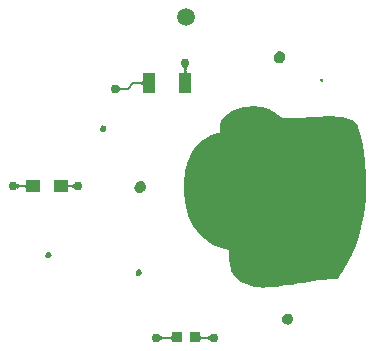
<source format=gtl>
G04*
G04 #@! TF.GenerationSoftware,Altium Limited,Altium Designer,19.1.7 (138)*
G04*
G04 Layer_Physical_Order=1*
G04 Layer_Color=255*
%FSLAX25Y25*%
%MOIN*%
G70*
G01*
G75*
%ADD17R,0.03583X0.03661*%
%ADD18R,0.04921X0.04331*%
%ADD19R,0.04331X0.06811*%
%ADD20C,0.00800*%
%ADD21C,0.05906*%
%ADD22C,0.03000*%
G36*
X61927Y101651D02*
X61816Y101524D01*
X61718Y101397D01*
X61634Y101269D01*
X61563Y101142D01*
X61504Y101014D01*
X61458Y100887D01*
X61426Y100759D01*
X61406Y100632D01*
X61400Y100504D01*
X60600D01*
X60593Y100632D01*
X60574Y100759D01*
X60541Y100887D01*
X60496Y101014D01*
X60438Y101142D01*
X60366Y101269D01*
X60281Y101397D01*
X60184Y101524D01*
X60074Y101651D01*
X59950Y101779D01*
X62050D01*
X61927Y101651D01*
D02*
G37*
G36*
X61404Y100142D02*
X61416Y100005D01*
X61436Y99885D01*
X61464Y99782D01*
X61500Y99694D01*
X61544Y99621D01*
X61596Y99566D01*
X61656Y99525D01*
X61724Y99502D01*
X61800Y99493D01*
X60200D01*
X60276Y99502D01*
X60344Y99525D01*
X60404Y99566D01*
X60456Y99621D01*
X60500Y99694D01*
X60536Y99782D01*
X60564Y99885D01*
X60584Y100005D01*
X60596Y100142D01*
X60600Y100294D01*
X61400D01*
X61404Y100142D01*
D02*
G37*
G36*
X46764Y95300D02*
X46756Y95376D01*
X46731Y95444D01*
X46691Y95504D01*
X46634Y95556D01*
X46561Y95600D01*
X46471Y95636D01*
X46366Y95664D01*
X46244Y95684D01*
X46106Y95696D01*
X45952Y95700D01*
Y96500D01*
X46106Y96504D01*
X46244Y96516D01*
X46366Y96536D01*
X46471Y96564D01*
X46561Y96600D01*
X46634Y96644D01*
X46691Y96696D01*
X46731Y96756D01*
X46756Y96824D01*
X46764Y96900D01*
Y95300D01*
D02*
G37*
G36*
X38650Y95126D02*
X38777Y95016D01*
X38905Y94919D01*
X39032Y94834D01*
X39159Y94762D01*
X39287Y94704D01*
X39414Y94658D01*
X39542Y94626D01*
X39669Y94607D01*
X39797Y94600D01*
Y93800D01*
X39669Y93793D01*
X39542Y93774D01*
X39414Y93742D01*
X39287Y93696D01*
X39159Y93638D01*
X39032Y93566D01*
X38905Y93481D01*
X38777Y93384D01*
X38650Y93274D01*
X38522Y93150D01*
Y95250D01*
X38650Y95126D01*
D02*
G37*
G36*
X22071Y62524D02*
X22095Y62456D01*
X22136Y62396D01*
X22193Y62344D01*
X22266Y62300D01*
X22355Y62264D01*
X22460Y62236D01*
X22582Y62216D01*
X22720Y62204D01*
X22875Y62200D01*
Y61400D01*
X22720Y61396D01*
X22582Y61384D01*
X22460Y61364D01*
X22355Y61336D01*
X22266Y61300D01*
X22193Y61256D01*
X22136Y61204D01*
X22095Y61144D01*
X22071Y61076D01*
X22063Y61000D01*
Y62600D01*
X22071Y62524D01*
D02*
G37*
G36*
X7937Y61000D02*
X7929Y61076D01*
X7905Y61144D01*
X7864Y61204D01*
X7807Y61256D01*
X7734Y61300D01*
X7645Y61336D01*
X7540Y61364D01*
X7418Y61384D01*
X7280Y61396D01*
X7125Y61400D01*
Y62200D01*
X7280Y62204D01*
X7418Y62216D01*
X7540Y62236D01*
X7645Y62264D01*
X7734Y62300D01*
X7807Y62344D01*
X7864Y62396D01*
X7905Y62456D01*
X7929Y62524D01*
X7937Y62600D01*
Y61000D01*
D02*
G37*
G36*
X24213Y60750D02*
X24085Y60874D01*
X23958Y60984D01*
X23831Y61081D01*
X23703Y61166D01*
X23576Y61238D01*
X23448Y61296D01*
X23321Y61342D01*
X23193Y61374D01*
X23066Y61393D01*
X22938Y61400D01*
Y62200D01*
X23066Y62207D01*
X23193Y62226D01*
X23321Y62258D01*
X23448Y62304D01*
X23576Y62362D01*
X23703Y62434D01*
X23831Y62519D01*
X23958Y62616D01*
X24085Y62726D01*
X24213Y62850D01*
Y60750D01*
D02*
G37*
G36*
X4899Y62726D02*
X5026Y62616D01*
X5153Y62519D01*
X5281Y62434D01*
X5408Y62362D01*
X5536Y62304D01*
X5663Y62258D01*
X5791Y62226D01*
X5918Y62207D01*
X6046Y62200D01*
Y61400D01*
X5918Y61393D01*
X5791Y61374D01*
X5663Y61342D01*
X5536Y61296D01*
X5408Y61238D01*
X5281Y61166D01*
X5153Y61081D01*
X5026Y60984D01*
X4899Y60874D01*
X4771Y60750D01*
Y62850D01*
X4899Y62726D01*
D02*
G37*
G36*
X65918Y11924D02*
X65942Y11856D01*
X65983Y11796D01*
X66039Y11744D01*
X66113Y11700D01*
X66202Y11664D01*
X66307Y11636D01*
X66429Y11616D01*
X66567Y11604D01*
X66721Y11600D01*
Y10800D01*
X66567Y10796D01*
X66429Y10784D01*
X66307Y10764D01*
X66202Y10736D01*
X66113Y10700D01*
X66039Y10656D01*
X65983Y10604D01*
X65942Y10544D01*
X65918Y10476D01*
X65909Y10400D01*
Y12000D01*
X65918Y11924D01*
D02*
G37*
G36*
X56391Y10400D02*
X56382Y10476D01*
X56358Y10544D01*
X56317Y10604D01*
X56261Y10656D01*
X56187Y10700D01*
X56098Y10736D01*
X55993Y10764D01*
X55871Y10784D01*
X55733Y10796D01*
X55579Y10800D01*
Y11600D01*
X55733Y11604D01*
X55871Y11616D01*
X55993Y11636D01*
X56098Y11664D01*
X56187Y11700D01*
X56261Y11744D01*
X56317Y11796D01*
X56358Y11856D01*
X56382Y11924D01*
X56391Y12000D01*
Y10400D01*
D02*
G37*
G36*
X69415Y10150D02*
X69287Y10273D01*
X69160Y10384D01*
X69032Y10481D01*
X68905Y10566D01*
X68777Y10638D01*
X68650Y10696D01*
X68522Y10741D01*
X68395Y10774D01*
X68268Y10793D01*
X68140Y10800D01*
Y11600D01*
X68268Y11607D01*
X68395Y11626D01*
X68522Y11659D01*
X68650Y11704D01*
X68777Y11762D01*
X68905Y11834D01*
X69032Y11919D01*
X69160Y12016D01*
X69287Y12127D01*
X69415Y12250D01*
Y10150D01*
D02*
G37*
G36*
X52504Y12127D02*
X52631Y12016D01*
X52759Y11919D01*
X52886Y11834D01*
X53013Y11762D01*
X53141Y11704D01*
X53268Y11659D01*
X53396Y11626D01*
X53523Y11607D01*
X53651Y11600D01*
Y10800D01*
X53523Y10793D01*
X53396Y10774D01*
X53268Y10741D01*
X53141Y10696D01*
X53013Y10638D01*
X52886Y10566D01*
X52759Y10481D01*
X52631Y10384D01*
X52504Y10273D01*
X52376Y10150D01*
Y12250D01*
X52504Y12127D01*
D02*
G37*
G36*
X93162Y106620D02*
X93520Y106441D01*
X93878Y106172D01*
X94146Y105725D01*
X94325Y105099D01*
Y105009D01*
Y104831D01*
X94236Y104473D01*
X94146Y104115D01*
X93967Y103668D01*
X93610Y103310D01*
X93162Y102952D01*
X92536Y102773D01*
X92268D01*
X91642Y102863D01*
X91284Y103042D01*
X90926Y103310D01*
X90658Y103757D01*
X90479Y104294D01*
Y104383D01*
Y104652D01*
X90568Y104920D01*
X90658Y105367D01*
X90837Y105725D01*
X91105Y106172D01*
X91552Y106441D01*
X92178Y106709D01*
X92805D01*
X93162Y106620D01*
D02*
G37*
G36*
X33992Y81969D02*
X34260Y81880D01*
X34439Y81701D01*
X34618Y81433D01*
X34707Y81075D01*
Y80896D01*
X34528Y80628D01*
X34260Y80180D01*
X33813Y79823D01*
X33634D01*
X33276Y79912D01*
X33008Y80001D01*
X32829Y80180D01*
X32650Y80449D01*
X32561Y80806D01*
Y80985D01*
X32739Y81343D01*
X33008Y81701D01*
X33455Y82059D01*
X33634D01*
X33992Y81969D01*
D02*
G37*
G36*
X95694Y19182D02*
X96052Y19003D01*
X96410Y18734D01*
X96678Y18377D01*
X96857Y17840D01*
Y17751D01*
Y17571D01*
X96767Y17214D01*
X96678Y16856D01*
X96499Y16498D01*
X96231Y16140D01*
X95784Y15872D01*
X95247Y15604D01*
X95068D01*
X94621Y15693D01*
X94084Y15872D01*
X93905Y16140D01*
X93637Y16409D01*
X93547Y16588D01*
X93368Y16945D01*
X93279Y17571D01*
X93368Y18287D01*
X93458Y18466D01*
X93726Y18734D01*
X94084Y19092D01*
X94800Y19271D01*
X95068D01*
X95694Y19182D01*
D02*
G37*
G36*
X107013Y96495D02*
X106834D01*
X106476Y96585D01*
X106029Y96764D01*
X105939Y96943D01*
X105850Y97211D01*
X105939Y97300D01*
X106029Y97479D01*
X106387Y97658D01*
X107013Y97748D01*
Y96495D01*
D02*
G37*
G36*
X46712Y63370D02*
X47070Y63191D01*
X47428Y62922D01*
X47696Y62475D01*
X47875Y61849D01*
Y61759D01*
Y61580D01*
X47786Y61223D01*
X47696Y60865D01*
X47517Y60418D01*
X47160Y60060D01*
X46712Y59702D01*
X46086Y59523D01*
X45818D01*
X45192Y59613D01*
X44834Y59791D01*
X44476Y60060D01*
X44208Y60507D01*
X44029Y61044D01*
Y61133D01*
Y61402D01*
X44118Y61670D01*
X44208Y62117D01*
X44387Y62475D01*
X44655Y62922D01*
X45102Y63191D01*
X45728Y63459D01*
X46355D01*
X46712Y63370D01*
D02*
G37*
G36*
X15692Y39819D02*
X15960Y39730D01*
X16139Y39551D01*
X16318Y39283D01*
X16407Y38925D01*
Y38746D01*
X16229Y38478D01*
X15960Y38030D01*
X15513Y37673D01*
X15334D01*
X14976Y37762D01*
X14708Y37851D01*
X14529Y38030D01*
X14350Y38299D01*
X14261Y38656D01*
Y38835D01*
X14439Y39193D01*
X14708Y39551D01*
X15155Y39909D01*
X15334D01*
X15692Y39819D01*
D02*
G37*
G36*
X46007Y33856D02*
X46186Y33678D01*
X46365Y33409D01*
X46455Y32962D01*
Y32783D01*
X46365Y32515D01*
X46097Y32157D01*
X45649Y31888D01*
X45023D01*
X44844Y31978D01*
X44666Y32157D01*
X44487Y32515D01*
X44397Y32872D01*
Y33051D01*
X44576Y33320D01*
X44755Y33767D01*
X45202Y34035D01*
X45828D01*
X46007Y33856D01*
D02*
G37*
G36*
X85190Y88311D02*
X86116Y88219D01*
X87042Y88033D01*
X87968Y87848D01*
X88894Y87571D01*
X89079Y87478D01*
X89264Y87385D01*
X89542Y87200D01*
X89912Y86922D01*
X90468Y86552D01*
X91208Y85997D01*
X92042Y85348D01*
X92134D01*
X92227Y85163D01*
X92782Y84885D01*
X93523Y84515D01*
X93893Y84422D01*
X94264Y84330D01*
X95838D01*
X96671Y84422D01*
X97782D01*
X98986Y84515D01*
X100467Y84608D01*
X100745D01*
X101116Y84700D01*
X102134D01*
X102690Y84793D01*
X104171Y84885D01*
X105745Y84978D01*
X107412Y85071D01*
X110837D01*
X111208Y84978D01*
X112134D01*
X113245Y84793D01*
X114448Y84608D01*
X115559Y84237D01*
X116578Y83867D01*
X117411Y83311D01*
X117504Y83219D01*
X117782Y82849D01*
X118060Y82385D01*
X118430Y81737D01*
X118522Y81552D01*
X118708Y81182D01*
X118985Y80441D01*
X119263Y79423D01*
Y79330D01*
X119356Y79145D01*
X119448Y78589D01*
X119633Y77941D01*
X119819Y77293D01*
Y77201D01*
X119911Y76737D01*
X120004Y76367D01*
X120097Y75997D01*
X120189Y75441D01*
X120282Y74793D01*
Y74700D01*
X120374Y74515D01*
X120467Y73867D01*
X120559Y73219D01*
Y73034D01*
Y72941D01*
Y72849D01*
Y72756D01*
X120652Y72478D01*
Y72108D01*
X120745Y71182D01*
X120930Y69886D01*
X121022Y68404D01*
X121115Y66553D01*
X121207Y64516D01*
X121300Y62293D01*
X121207Y59886D01*
X121115Y57294D01*
X120837Y54701D01*
X120467Y52016D01*
X120004Y49331D01*
X119356Y46553D01*
X118522Y43868D01*
X117504Y41276D01*
X117411Y41090D01*
X117226Y40627D01*
X116856Y39887D01*
X116393Y38961D01*
X115930Y37850D01*
X115282Y36646D01*
X113893Y34146D01*
X113800Y34054D01*
X113708Y33868D01*
X113430Y33591D01*
X113152Y33035D01*
Y32943D01*
X112967Y32757D01*
X112597Y32202D01*
X112134Y31554D01*
X111856Y30906D01*
X110560D01*
X110004Y30813D01*
X109263D01*
X108430Y30720D01*
X107504Y30628D01*
X106393Y30443D01*
X105097Y30350D01*
X103708Y30165D01*
X102134Y29887D01*
X100375Y29609D01*
X98523Y29331D01*
X96486Y28961D01*
X96208D01*
X95930Y28868D01*
X95468Y28776D01*
X95005Y28683D01*
X94356D01*
X92968Y28498D01*
X91394Y28313D01*
X89820Y28128D01*
X88245Y28035D01*
X86764Y27943D01*
X86394D01*
X85931Y28035D01*
X85375D01*
X84727Y28128D01*
X83986Y28220D01*
X82320Y28683D01*
X80468Y29331D01*
X79635Y29794D01*
X78801Y30350D01*
X78061Y30998D01*
X77320Y31739D01*
X76764Y32572D01*
X76301Y33498D01*
Y33591D01*
X76209Y33868D01*
X76116Y34424D01*
X75931Y35165D01*
X75838Y36090D01*
X75653Y37294D01*
X75561Y38776D01*
Y40535D01*
X75468D01*
X75098Y40627D01*
X74635Y40720D01*
X73987Y40813D01*
X73246Y41090D01*
X72320Y41368D01*
X71302Y41739D01*
X70283Y42294D01*
X69172Y42942D01*
X68061Y43683D01*
X66950Y44609D01*
X65839Y45720D01*
X64728Y46924D01*
X63709Y48405D01*
X62876Y49979D01*
X62042Y51831D01*
Y51923D01*
X61950Y52201D01*
X61857Y52571D01*
X61672Y53127D01*
X61487Y53775D01*
X61302Y54609D01*
X61117Y55442D01*
X60931Y56460D01*
X60746Y57571D01*
X60654Y58775D01*
X60469Y61368D01*
X60561Y64145D01*
X60746Y65627D01*
X60931Y67108D01*
Y67201D01*
X61024Y67386D01*
X61117Y67756D01*
X61209Y68127D01*
X61394Y68682D01*
X61580Y69330D01*
X62135Y70812D01*
X62968Y72386D01*
X63987Y74052D01*
X65283Y75719D01*
X66950Y77201D01*
X67042Y77293D01*
X67413Y77571D01*
X67968Y77849D01*
X68616Y78219D01*
X69450Y78682D01*
X70468Y79052D01*
X71487Y79330D01*
X72505Y79515D01*
Y79700D01*
Y80071D01*
Y80626D01*
X72598Y81274D01*
Y82015D01*
X72690Y82663D01*
X72783Y83311D01*
X72968Y83682D01*
Y83774D01*
X73061Y83867D01*
X73431Y84422D01*
X74079Y85071D01*
X74542Y85534D01*
X75098Y85904D01*
X75746Y86367D01*
X76487Y86830D01*
X77320Y87200D01*
X78246Y87571D01*
X79264Y87848D01*
X80468Y88126D01*
X81764Y88311D01*
X83246Y88404D01*
X84449D01*
X85190Y88311D01*
D02*
G37*
D17*
X58158Y11450D02*
D03*
X64142D02*
D03*
D18*
X10374Y61800D02*
D03*
X19626D02*
D03*
D19*
X60795Y96100D02*
D03*
X48905D02*
D03*
D20*
X57308Y11200D02*
X57858Y11750D01*
X64492Y11200D02*
X70486D01*
X51305D02*
X57308D01*
X37451Y94200D02*
X41800D01*
X43700Y96100D01*
X48905D01*
X61000Y96305D02*
Y102850D01*
X19626Y61800D02*
X25284D01*
X3700D02*
X10374D01*
X64192Y11500D02*
X64492Y11200D01*
X64142Y11450D02*
X64192Y11500D01*
X60795Y96100D02*
X61000Y96305D01*
X19905Y63021D02*
X20376Y62550D01*
X19626Y61800D02*
X20376Y62550D01*
X57858Y11750D02*
X58158Y11450D01*
D21*
X61200Y118250D02*
D03*
D22*
X70486Y11200D02*
D03*
X51305D02*
D03*
X37451Y94200D02*
D03*
X61000Y102850D02*
D03*
X25284Y61800D02*
D03*
X3700D02*
D03*
M02*

</source>
